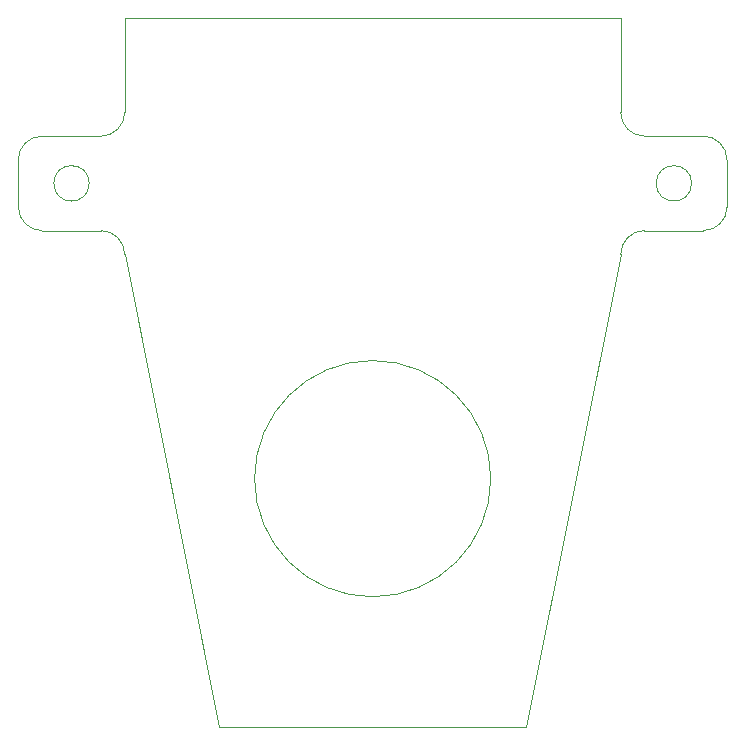
<source format=gbr>
G04 (created by PCBNEW (2013-07-07 BZR 4022)-stable) date 7.12.2014. 23:29:36*
%MOIN*%
G04 Gerber Fmt 3.4, Leading zero omitted, Abs format*
%FSLAX34Y34*%
G01*
G70*
G90*
G04 APERTURE LIST*
%ADD10C,0.00590551*%
%ADD11C,0.00393701*%
G04 APERTURE END LIST*
G54D10*
G54D11*
X27854Y-11023D02*
G75*
G03X27854Y-11023I-590J0D01*
G74*
G01*
X7775Y-11023D02*
G75*
G03X7775Y-11023I-590J0D01*
G74*
G01*
X21161Y-20866D02*
G75*
G03X21161Y-20866I-3937J0D01*
G74*
G01*
X8956Y-13385D02*
X12106Y-29133D01*
X8956Y-13385D02*
G75*
G03X8169Y-12598I-787J0D01*
G74*
G01*
X6200Y-12598D02*
X8169Y-12598D01*
X5413Y-11811D02*
G75*
G03X6200Y-12598I787J0D01*
G74*
G01*
X5413Y-10236D02*
X5413Y-11811D01*
X6200Y-9448D02*
G75*
G03X5413Y-10236I0J-787D01*
G74*
G01*
X8169Y-9448D02*
X6200Y-9448D01*
X8169Y-9448D02*
G75*
G03X8956Y-8661I0J787D01*
G74*
G01*
X8956Y-5511D02*
X8956Y-8661D01*
X22342Y-29133D02*
X25492Y-13385D01*
X22342Y-29133D02*
X12106Y-29133D01*
X26279Y-12598D02*
G75*
G03X25492Y-13385I0J-787D01*
G74*
G01*
X28248Y-12598D02*
X26279Y-12598D01*
X28248Y-12598D02*
G75*
G03X29035Y-11811I0J787D01*
G74*
G01*
X29035Y-10236D02*
X29035Y-11811D01*
X29035Y-10236D02*
G75*
G03X28248Y-9448I-787J0D01*
G74*
G01*
X25492Y-8661D02*
G75*
G03X26279Y-9448I787J0D01*
G74*
G01*
X26279Y-9448D02*
X28248Y-9448D01*
X25492Y-5511D02*
X25492Y-8661D01*
X8956Y-5511D02*
X25492Y-5511D01*
M02*

</source>
